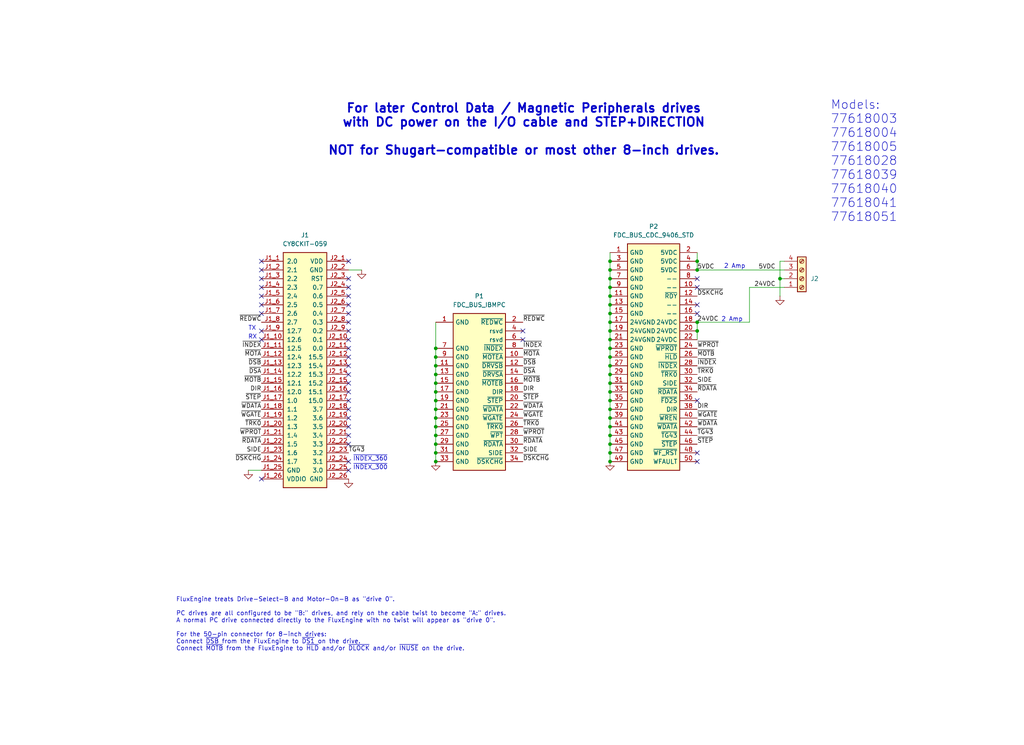
<source format=kicad_sch>
(kicad_sch (version 20231120) (generator "eeschema") (generator_version "8.0")
  (paper "User" 298.45 217.322)
  (title_block (title "FluxEngine_Hat for PC and CDC 9406-std") (date "2024-04-29") (rev "003") (company "Brian K. White - b.kenyon.w@gmail.com") (comment 1 "CC BY-SA") (comment 2 "github.com/bkw777/FluxEngine_Kit"))
  (lib_symbols
    (symbol "000_LOCAL:CY8CKIT-059" (pin_names (offset 1.016))
      (property "Reference" "J" (at 0 34.29 0))
      (property "Value" "CY8CKIT-059" (at 0 -37.084 0))
      (symbol "CY8CKIT-059_1_1"
        (rectangle (start -6.35 33.02) (end 6.35 -35.56) (stroke (width 0.254)) (fill (type background)))
        (pin passive line (at -12.7 30.48 0) (length 6.35) (name "2.0") (number "J1_1"))
        (pin passive line (at -12.7 7.62 0) (length 6.35) (name "12.6") (number "J1_10"))
        (pin passive line (at -12.7 5.08 0) (length 6.35) (name "12.5") (number "J1_11"))
        (pin passive line (at -12.7 2.54 0) (length 6.35) (name "12.4") (number "J1_12"))
        (pin passive line (at -12.7 0 0) (length 6.35) (name "12.3") (number "J1_13"))
        (pin passive line (at -12.7 -2.54 0) (length 6.35) (name "12.2") (number "J1_14"))
        (pin passive line (at -12.7 -5.08 0) (length 6.35) (name "12.1") (number "J1_15"))
        (pin passive line (at -12.7 -7.62 0) (length 6.35) (name "12.0") (number "J1_16"))
        (pin passive line (at -12.7 -10.16 0) (length 6.35) (name "1.0") (number "J1_17"))
        (pin passive line (at -12.7 -12.7 0) (length 6.35) (name "1.1") (number "J1_18"))
        (pin passive line (at -12.7 -15.24 0) (length 6.35) (name "1.2") (number "J1_19"))
        (pin passive line (at -12.7 27.94 0) (length 6.35) (name "2.1") (number "J1_2"))
        (pin passive line (at -12.7 -17.78 0) (length 6.35) (name "1.3") (number "J1_20"))
        (pin passive line (at -12.7 -20.32 0) (length 6.35) (name "1.4") (number "J1_21"))
        (pin passive line (at -12.7 -22.86 0) (length 6.35) (name "1.5") (number "J1_22"))
        (pin passive line (at -12.7 -25.4 0) (length 6.35) (name "1.6") (number "J1_23"))
        (pin passive line (at -12.7 -27.94 0) (length 6.35) (name "1.7") (number "J1_24"))
        (pin passive line (at -12.7 -30.48 0) (length 6.35) (name "GND") (number "J1_25"))
        (pin passive line (at -12.7 -33.02 0) (length 6.35) (name "VDDIO") (number "J1_26"))
        (pin passive line (at -12.7 25.4 0) (length 6.35) (name "2.2") (number "J1_3"))
        (pin passive line (at -12.7 22.86 0) (length 6.35) (name "2.3") (number "J1_4"))
        (pin passive line (at -12.7 20.32 0) (length 6.35) (name "2.4") (number "J1_5"))
        (pin passive line (at -12.7 17.78 0) (length 6.35) (name "2.5") (number "J1_6"))
        (pin passive line (at -12.7 15.24 0) (length 6.35) (name "2.6") (number "J1_7"))
        (pin passive line (at -12.7 12.7 0) (length 6.35) (name "2.7") (number "J1_8"))
        (pin passive line (at -12.7 10.16 0) (length 6.35) (name "12.7") (number "J1_9"))
        (pin passive line (at 12.7 30.48 180) (length 6.35) (name "VDD") (number "J2_1"))
        (pin passive line (at 12.7 7.62 180) (length 6.35) (name "0.1") (number "J2_10"))
        (pin passive line (at 12.7 5.08 180) (length 6.35) (name "0.0") (number "J2_11"))
        (pin passive line (at 12.7 2.54 180) (length 6.35) (name "15.5") (number "J2_12"))
        (pin passive line (at 12.7 0 180) (length 6.35) (name "15.4") (number "J2_13"))
        (pin passive line (at 12.7 -2.54 180) (length 6.35) (name "15.3") (number "J2_14"))
        (pin passive line (at 12.7 -5.08 180) (length 6.35) (name "15.2") (number "J2_15"))
        (pin passive line (at 12.7 -7.62 180) (length 6.35) (name "15.1") (number "J2_16"))
        (pin passive line (at 12.7 -10.16 180) (length 6.35) (name "15.0") (number "J2_17"))
        (pin passive line (at 12.7 -12.7 180) (length 6.35) (name "3.7") (number "J2_18"))
        (pin passive line (at 12.7 -15.24 180) (length 6.35) (name "3.6") (number "J2_19"))
        (pin passive line (at 12.7 27.94 180) (length 6.35) (name "GND") (number "J2_2"))
        (pin passive line (at 12.7 -17.78 180) (length 6.35) (name "3.5") (number "J2_20"))
        (pin passive line (at 12.7 -20.32 180) (length 6.35) (name "3.4") (number "J2_21"))
        (pin passive line (at 12.7 -22.86 180) (length 6.35) (name "3.3") (number "J2_22"))
        (pin passive line (at 12.7 -25.4 180) (length 6.35) (name "3.2") (number "J2_23"))
        (pin passive line (at 12.7 -27.94 180) (length 6.35) (name "3.1") (number "J2_24"))
        (pin passive line (at 12.7 -30.48 180) (length 6.35) (name "3.0") (number "J2_25"))
        (pin passive line (at 12.7 -33.02 180) (length 6.35) (name "GND") (number "J2_26"))
        (pin passive line (at 12.7 25.4 180) (length 6.35) (name "RST") (number "J2_3"))
        (pin passive line (at 12.7 22.86 180) (length 6.35) (name "0.7") (number "J2_4"))
        (pin passive line (at 12.7 20.32 180) (length 6.35) (name "0.6") (number "J2_5"))
        (pin passive line (at 12.7 17.78 180) (length 6.35) (name "0.5") (number "J2_6"))
        (pin passive line (at 12.7 15.24 180) (length 6.35) (name "0.4") (number "J2_7"))
        (pin passive line (at 12.7 12.7 180) (length 6.35) (name "0.3") (number "J2_8"))
        (pin passive line (at 12.7 10.16 180) (length 6.35) (name "0.2") (number "J2_9"))
      )
    )
    (symbol "000_LOCAL:FDC_BUS_CDC_9406_STD" (pin_names (offset 0.635))
      (property "Reference" "J" (at 0 31.75 0))
      (property "Value" "FDC_BUS_CDC_9406_STD" (at 0 -37.084 0))
      (symbol "FDC_BUS_CDC_9406_STD_1_1"
        (rectangle (start -7.62 30.48) (end 7.62 -35.56) (stroke (width 0.254)) (fill (type background)))
        (pin passive line (at -12.7 27.94 0) (length 5.08) (name "GND") (number "1"))
        (pin passive line (at 12.7 17.78 180) (length 5.08) (name "--") (number "10"))
        (pin passive line (at -12.7 15.24 0) (length 5.08) (name "GND") (number "11"))
        (pin passive line (at 12.7 15.24 180) (length 5.08) (name "~{RDY}") (number "12"))
        (pin passive line (at -12.7 12.7 0) (length 5.08) (name "GND") (number "13"))
        (pin passive line (at 12.7 12.7 180) (length 5.08) (name "--") (number "14"))
        (pin passive line (at -12.7 10.16 0) (length 5.08) (name "GND") (number "15"))
        (pin passive line (at 12.7 10.16 180) (length 5.08) (name "--") (number "16"))
        (pin passive line (at -12.7 7.62 0) (length 5.08) (name "24VGND") (number "17"))
        (pin passive line (at 12.7 7.62 180) (length 5.08) (name "24VDC") (number "18"))
        (pin passive line (at -12.7 5.08 0) (length 5.08) (name "24VGND") (number "19"))
        (pin passive line (at 12.7 27.94 180) (length 5.08) (name "5VDC") (number "2"))
        (pin passive line (at 12.7 5.08 180) (length 5.08) (name "24VDC") (number "20"))
        (pin passive line (at -12.7 2.54 0) (length 5.08) (name "24VGND") (number "21"))
        (pin passive line (at 12.7 2.54 180) (length 5.08) (name "24VDC") (number "22"))
        (pin passive line (at -12.7 0 0) (length 5.08) (name "GND") (number "23"))
        (pin passive line (at 12.7 0 180) (length 5.08) (name "~{WPROT}") (number "24"))
        (pin passive line (at -12.7 -2.54 0) (length 5.08) (name "GND") (number "25"))
        (pin passive line (at 12.7 -2.54 180) (length 5.08) (name "~{HLD}") (number "26"))
        (pin passive line (at -12.7 -5.08 0) (length 5.08) (name "GND") (number "27"))
        (pin passive line (at 12.7 -5.08 180) (length 5.08) (name "~{INDEX}") (number "28"))
        (pin passive line (at -12.7 -7.62 0) (length 5.08) (name "GND") (number "29"))
        (pin passive line (at -12.7 25.4 0) (length 5.08) (name "GND") (number "3"))
        (pin passive line (at 12.7 -7.62 180) (length 5.08) (name "~{TRK0}") (number "30"))
        (pin passive line (at -12.7 -10.16 0) (length 5.08) (name "GND") (number "31"))
        (pin passive line (at 12.7 -10.16 180) (length 5.08) (name "SIDE") (number "32"))
        (pin passive line (at -12.7 -12.7 0) (length 5.08) (name "GND") (number "33"))
        (pin passive line (at 12.7 -12.7 180) (length 5.08) (name "~{RDATA}") (number "34"))
        (pin passive line (at -12.7 -15.24 0) (length 5.08) (name "GND") (number "35"))
        (pin passive line (at 12.7 -15.24 180) (length 5.08) (name "~{FD2S}") (number "36"))
        (pin passive line (at -12.7 -17.78 0) (length 5.08) (name "GND") (number "37"))
        (pin passive line (at 12.7 -17.78 180) (length 5.08) (name "DIR") (number "38"))
        (pin passive line (at -12.7 -20.32 0) (length 5.08) (name "GND") (number "39"))
        (pin passive line (at 12.7 25.4 180) (length 5.08) (name "5VDC") (number "4"))
        (pin passive line (at 12.7 -20.32 180) (length 5.08) (name "~{WREN}") (number "40"))
        (pin passive line (at -12.7 -22.86 0) (length 5.08) (name "GND") (number "41"))
        (pin passive line (at 12.7 -22.86 180) (length 5.08) (name "~{WDATA}") (number "42"))
        (pin passive line (at -12.7 -25.4 0) (length 5.08) (name "GND") (number "43"))
        (pin passive line (at 12.7 -25.4 180) (length 5.08) (name "~{TG43}") (number "44"))
        (pin passive line (at -12.7 -27.94 0) (length 5.08) (name "GND") (number "45"))
        (pin passive line (at 12.7 -27.94 180) (length 5.08) (name "~{STEP}") (number "46"))
        (pin passive line (at -12.7 -30.48 0) (length 5.08) (name "GND") (number "47"))
        (pin passive line (at 12.7 -30.48 180) (length 5.08) (name "~{WF_RST}") (number "48"))
        (pin passive line (at -12.7 -33.02 0) (length 5.08) (name "GND") (number "49"))
        (pin passive line (at -12.7 22.86 0) (length 5.08) (name "GND") (number "5"))
        (pin passive line (at 12.7 -33.02 180) (length 5.08) (name "WFAULT") (number "50"))
        (pin passive line (at 12.7 22.86 180) (length 5.08) (name "5VDC") (number "6"))
        (pin passive line (at -12.7 20.32 0) (length 5.08) (name "GND") (number "7"))
        (pin passive line (at 12.7 20.32 180) (length 5.08) (name "--") (number "8"))
        (pin passive line (at -12.7 17.78 0) (length 5.08) (name "GND") (number "9"))
      )
    )
    (symbol "000_LOCAL:FDC_BUS_IBMPC" (pin_names (offset 0.635))
      (property "Reference" "J" (at 0 24.13 0))
      (property "Value" "FDC_BUS_IBMPC" (at 0 -24.13 0))
      (symbol "FDC_BUS_IBMPC_1_1"
        (rectangle (start -7.62 22.86) (end 7.62 -22.86) (stroke (width 0.254)) (fill (type background)))
        (pin passive line (at -12.7 20.32 0) (length 5.08) (name "GND") (number "1"))
        (pin passive line (at 12.7 10.16 180) (length 5.08) (name "~{MOTEA}") (number "10"))
        (pin passive line (at -12.7 7.62 0) (length 5.08) (name "GND") (number "11"))
        (pin passive line (at 12.7 7.62 180) (length 5.08) (name "~{DRVSB}") (number "12"))
        (pin passive line (at -12.7 5.08 0) (length 5.08) (name "GND") (number "13"))
        (pin passive line (at 12.7 5.08 180) (length 5.08) (name "~{DRVSA}") (number "14"))
        (pin passive line (at -12.7 2.54 0) (length 5.08) (name "GND") (number "15"))
        (pin passive line (at 12.7 2.54 180) (length 5.08) (name "~{MOTEB}") (number "16"))
        (pin passive line (at -12.7 0 0) (length 5.08) (name "GND") (number "17"))
        (pin passive line (at 12.7 0 180) (length 5.08) (name "DIR") (number "18"))
        (pin passive line (at -12.7 -2.54 0) (length 5.08) (name "GND") (number "19"))
        (pin passive line (at 12.7 20.32 180) (length 5.08) (name "~{REDWC}") (number "2"))
        (pin passive line (at 12.7 -2.54 180) (length 5.08) (name "~{STEP}") (number "20"))
        (pin passive line (at -12.7 -5.08 0) (length 5.08) (name "GND") (number "21"))
        (pin passive line (at 12.7 -5.08 180) (length 5.08) (name "~{WDATA}") (number "22"))
        (pin passive line (at -12.7 -7.62 0) (length 5.08) (name "GND") (number "23"))
        (pin passive line (at 12.7 -7.62 180) (length 5.08) (name "~{WGATE}") (number "24"))
        (pin passive line (at -12.7 -10.16 0) (length 5.08) (name "GND") (number "25"))
        (pin passive line (at 12.7 -10.16 180) (length 5.08) (name "~{TRK0}") (number "26"))
        (pin passive line (at -12.7 -12.7 0) (length 5.08) (name "GND") (number "27"))
        (pin passive line (at 12.7 -12.7 180) (length 5.08) (name "~{WPT}") (number "28"))
        (pin passive line (at -12.7 -15.24 0) (length 5.08) (name "GND") (number "29"))
        (pin passive line (at 12.7 -15.24 180) (length 5.08) (name "~{RDATA}") (number "30"))
        (pin passive line (at -12.7 -17.78 0) (length 5.08) (name "GND") (number "31"))
        (pin passive line (at 12.7 -17.78 180) (length 5.08) (name "SIDE") (number "32"))
        (pin passive line (at -12.7 -20.32 0) (length 5.08) (name "GND") (number "33"))
        (pin passive line (at 12.7 -20.32 180) (length 5.08) (name "~{DSKCHG}") (number "34"))
        (pin passive line (at 12.7 17.78 180) (length 5.08) (name "rsvd") (number "4"))
        (pin passive line (at 12.7 15.24 180) (length 5.08) (name "rsvd") (number "6"))
        (pin passive line (at -12.7 12.7 0) (length 5.08) (name "GND") (number "7"))
        (pin passive line (at 12.7 12.7 180) (length 5.08) (name "~{INDEX}") (number "8"))
        (pin passive line (at -12.7 10.16 0) (length 5.08) (name "GND") (number "9"))
      )
    )
    (symbol "000_LOCAL:Screw_Terminal_01x04" (pin_names (offset 1.016) hide)
      (property "Reference" "J" (at 0 5.08 0))
      (property "Value" "Screw_Terminal_01x04" (at 0 -7.62 0))
      (symbol "Screw_Terminal_01x04_1_1"
        (rectangle (start -1.27 3.81) (end 1.27 -6.35) (stroke (width 0.254)) (fill (type background)))
        (circle (center 0 -5.08) (radius 0.635) (stroke (width 0.1524)))
        (circle (center 0 -2.54) (radius 0.635) (stroke (width 0.1524)))
        (polyline (pts (xy -0.5334 -4.7498) (xy 0.3302 -5.588)) (stroke (width 0.1524)))
        (polyline (pts (xy -0.5334 -2.2098) (xy 0.3302 -3.048)) (stroke (width 0.1524)))
        (polyline (pts (xy -0.5334 0.3302) (xy 0.3302 -0.508)) (stroke (width 0.1524)))
        (polyline (pts (xy -0.5334 2.8702) (xy 0.3302 2.032)) (stroke (width 0.1524)))
        (polyline (pts (xy -0.3556 -4.572) (xy 0.508 -5.4102)) (stroke (width 0.1524)))
        (polyline (pts (xy -0.3556 -2.032) (xy 0.508 -2.8702)) (stroke (width 0.1524)))
        (polyline (pts (xy -0.3556 0.508) (xy 0.508 -0.3302)) (stroke (width 0.1524)))
        (polyline (pts (xy -0.3556 3.048) (xy 0.508 2.2098)) (stroke (width 0.1524)))
        (circle (center 0 0) (radius 0.635) (stroke (width 0.1524)))
        (circle (center 0 2.54) (radius 0.635) (stroke (width 0.1524)))
        (pin passive line (at -5.08 2.54 0) (length 3.81) (name "Pin_1") (number "1"))
        (pin passive line (at -5.08 0 0) (length 3.81) (name "Pin_2") (number "2"))
        (pin passive line (at -5.08 -2.54 0) (length 3.81) (name "Pin_3") (number "3"))
        (pin passive line (at -5.08 -5.08 0) (length 3.81) (name "Pin_4") (number "4"))
      )
    )
    (symbol "power:GND" (power) (pin_numbers hide) (pin_names (offset 0) hide)
      (property "Value" "GND" (at 0 -3.81 0))
      (symbol "GND_0_1"
        (polyline (pts (xy 0 0) (xy 0 -1.27) (xy 1.27 -1.27) (xy 0 -2.54) (xy -1.27 -1.27) (xy 0 -1.27)))
      )
      (symbol "GND_1_1"
        (pin power_in line (at 0 0 270) (length 0) (name "~") (number "1"))
      )
    )
  )
  (junction (at 203.2 93.98))
  (junction (at 127 109.22))
  (junction (at 177.8 91.44))
  (junction (at 177.8 114.3))
  (junction (at 203.2 96.52))
  (junction (at 177.8 106.68))
  (junction (at 203.2 76.2))
  (junction (at 177.8 129.54))
  (junction (at 177.8 86.36))
  (junction (at 177.8 83.82))
  (junction (at 127 114.3))
  (junction (at 127 132.08))
  (junction (at 127 121.92))
  (junction (at 177.8 116.84))
  (junction (at 177.8 101.6))
  (junction (at 177.8 76.2))
  (junction (at 177.8 121.92))
  (junction (at 177.8 96.52))
  (junction (at 127 104.14))
  (junction (at 177.8 134.62))
  (junction (at 177.8 78.74))
  (junction (at 127 127))
  (junction (at 177.8 119.38))
  (junction (at 127 129.54))
  (junction (at 127 134.62))
  (junction (at 177.8 127))
  (junction (at 127 116.84))
  (junction (at 177.8 111.76))
  (junction (at 127 119.38))
  (junction (at 177.8 81.28))
  (junction (at 127 111.76))
  (junction (at 177.8 109.22))
  (junction (at 177.8 104.14))
  (junction (at 203.2 78.74))
  (junction (at 127 106.68))
  (junction (at 177.8 88.9))
  (junction (at 127 101.6))
  (junction (at 177.8 124.46))
  (junction (at 177.8 93.98))
  (junction (at 177.8 99.06))
  (junction (at 127 124.46))
  (junction (at 177.8 132.08))
  (junction (at 227.33 81.28))
  (no_connect (at 76.2 83.82))
  (no_connect (at 76.2 91.44))
  (no_connect (at 203.2 81.28))
  (no_connect (at 76.2 88.9))
  (no_connect (at 203.2 88.9))
  (no_connect (at 76.2 96.52))
  (no_connect (at 76.2 81.28))
  (no_connect (at 76.2 99.06))
  (no_connect (at 101.6 137.16))
  (no_connect (at 203.2 83.82))
  (no_connect (at 76.2 76.2))
  (no_connect (at 101.6 81.28))
  (no_connect (at 203.2 116.84))
  (no_connect (at 101.6 119.38))
  (no_connect (at 101.6 99.06))
  (no_connect (at 101.6 134.62))
  (no_connect (at 101.6 76.2))
  (no_connect (at 101.6 121.92))
  (no_connect (at 203.2 91.44))
  (no_connect (at 101.6 96.52))
  (no_connect (at 101.6 83.82))
  (no_connect (at 101.6 106.68))
  (no_connect (at 203.2 134.62))
  (no_connect (at 76.2 139.7))
  (no_connect (at 101.6 114.3))
  (no_connect (at 101.6 124.46))
  (no_connect (at 101.6 86.36))
  (no_connect (at 101.6 93.98))
  (no_connect (at 101.6 88.9))
  (no_connect (at 101.6 129.54))
  (no_connect (at 101.6 91.44))
  (no_connect (at 101.6 116.84))
  (no_connect (at 101.6 109.22))
  (no_connect (at 76.2 78.74))
  (no_connect (at 101.6 111.76))
  (no_connect (at 203.2 132.08))
  (no_connect (at 101.6 127))
  (no_connect (at 101.6 104.14))
  (no_connect (at 76.2 86.36))
  (no_connect (at 152.4 96.52))
  (no_connect (at 152.4 99.06))
  (no_connect (at 101.6 101.6))
  (wire (pts (xy 203.2 96.52) (xy 203.2 99.06)))
  (wire (pts (xy 203.2 78.74) (xy 228.6 78.74)))
  (wire (pts (xy 127 129.54) (xy 127 132.08)))
  (wire (pts (xy 177.8 104.14) (xy 177.8 106.68)))
  (wire (pts (xy 127 93.98) (xy 127 101.6)))
  (wire (pts (xy 127 132.08) (xy 127 134.62)))
  (wire (pts (xy 101.6 78.74) (xy 105.41 78.74)))
  (wire (pts (xy 227.33 81.28) (xy 228.6 81.28)))
  (wire (pts (xy 203.2 93.98) (xy 218.44 93.98)))
  (wire (pts (xy 177.8 83.82) (xy 177.8 86.36)))
  (wire (pts (xy 127 127) (xy 127 129.54)))
  (wire (pts (xy 177.8 106.68) (xy 177.8 109.22)))
  (wire (pts (xy 177.8 101.6) (xy 177.8 104.14)))
  (wire (pts (xy 177.8 99.06) (xy 177.8 101.6)))
  (wire (pts (xy 127 119.38) (xy 127 121.92)))
  (wire (pts (xy 76.2 137.16) (xy 72.39 137.16)))
  (wire (pts (xy 177.8 114.3) (xy 177.8 116.84)))
  (wire (pts (xy 177.8 88.9) (xy 177.8 91.44)))
  (wire (pts (xy 203.2 73.66) (xy 203.2 76.2)))
  (wire (pts (xy 177.8 121.92) (xy 177.8 124.46)))
  (wire (pts (xy 177.8 109.22) (xy 177.8 111.76)))
  (wire (pts (xy 177.8 124.46) (xy 177.8 127)))
  (wire (pts (xy 177.8 132.08) (xy 177.8 134.62)))
  (wire (pts (xy 218.44 83.82) (xy 218.44 93.98)))
  (wire (pts (xy 127 111.76) (xy 127 114.3)))
  (wire (pts (xy 227.33 76.2) (xy 227.33 81.28)))
  (wire (pts (xy 203.2 93.98) (xy 203.2 96.52)))
  (wire (pts (xy 177.8 111.76) (xy 177.8 114.3)))
  (wire (pts (xy 177.8 81.28) (xy 177.8 83.82)))
  (wire (pts (xy 127 124.46) (xy 127 127)))
  (wire (pts (xy 177.8 119.38) (xy 177.8 121.92)))
  (wire (pts (xy 203.2 76.2) (xy 203.2 78.74)))
  (wire (pts (xy 177.8 91.44) (xy 177.8 93.98)))
  (wire (pts (xy 177.8 116.84) (xy 177.8 119.38)))
  (wire (pts (xy 177.8 86.36) (xy 177.8 88.9)))
  (wire (pts (xy 177.8 73.66) (xy 177.8 76.2)))
  (wire (pts (xy 218.44 83.82) (xy 228.6 83.82)))
  (wire (pts (xy 127 114.3) (xy 127 116.84)))
  (wire (pts (xy 228.6 76.2) (xy 227.33 76.2)))
  (wire (pts (xy 127 121.92) (xy 127 124.46)))
  (wire (pts (xy 127 116.84) (xy 127 119.38)))
  (wire (pts (xy 177.8 76.2) (xy 177.8 78.74)))
  (wire (pts (xy 177.8 78.74) (xy 177.8 81.28)))
  (wire (pts (xy 127 106.68) (xy 127 109.22)))
  (wire (pts (xy 227.33 86.36) (xy 227.33 81.28)))
  (wire (pts (xy 127 109.22) (xy 127 111.76)))
  (wire (pts (xy 177.8 127) (xy 177.8 129.54)))
  (wire (pts (xy 177.8 129.54) (xy 177.8 132.08)))
  (wire (pts (xy 127 101.6) (xy 127 104.14)))
  (wire (pts (xy 177.8 96.52) (xy 177.8 99.06)))
  (wire (pts (xy 177.8 93.98) (xy 177.8 96.52)))
  (wire (pts (xy 127 104.14) (xy 127 106.68)))
  (text "FluxEngine treats Drive-Select-B and Motor-On-B as \"drive 0\".\n\nPC drives are all configured to be \"B:\" drives, and rely on the cable twist to become \"A:\" drives.\nA normal PC drive connected directly to the FluxEngine with no twist will appear as \"drive 0\".\n\nFor the 50-pin connector for 8-inch drives:\nConnect ~{DSB} from the FluxEngine to ~{DS1} on the drive.\nConnect ~{MOTB} from the FluxEngine to ~{HLD} and/or ~{DLOCK} and/or ~{INUSE} on the drive.\n" (at 51.308 189.992 0) (effects (font (size 1.27 1.27)) (justify left bottom)))
  (text "~{INDEX_300}" (at 102.87 137.16 0) (effects (font (size 1.2446 1.2446)) (justify left bottom)))
  (text "TX" (at 74.676 96.52 0) (effects (font (size 1.2446 1.2446)) (justify right bottom)))
  (text "For later Control Data / Magnetic Peripherals drives\nwith DC power on the I/O cable and STEP+DIRECTION\n\nNOT for Shugart-compatible or most other 8-inch drives.\n" (at 152.654 37.846 0) (effects (font (size 2.54 2.54) (thickness 0.508) (bold yes))))
  (text "Models:\n77618003\n77618004\n77618005\n77618028\n77618039\n77618040\n77618041\n77618051\n" (at 242.062 29.21 0) (effects (font (size 2.54 2.54)) (justify left top)))
  (text "2 Amp" (at 214.122 77.724 0) (effects (font (size 1.27 1.27))))
  (text "RX" (at 74.93 99.06 0) (effects (font (size 1.2446 1.2446)) (justify right bottom)))
  (text "~{INDEX_360}" (at 102.87 134.62 0) (effects (font (size 1.2446 1.2446)) (justify left bottom)))
  (text "2 Amp" (at 213.36 93.218 0) (effects (font (size 1.27 1.27))))
  (label "~{WDATA}" (at 152.4 119.38 0) (effects (font (size 1.2446 1.2446))))
  (label "~{WDATA}" (at 203.2 124.46 0) (effects (font (size 1.2446 1.2446))))
  (label "24VDC" (at 203.2 93.98 0))
  (label "~{REDWC}" (at 76.2 93.98 180) (effects (font (size 1.2446 1.2446))))
  (label "~{MOTB}" (at 203.2 104.14 0) (effects (font (size 1.2446 1.2446))))
  (label "~{DSKCHG}" (at 203.2 86.36 0) (effects (font (size 1.2446 1.2446))))
  (label "5VDC" (at 226.06 78.74 180))
  (label "~{TG43}" (at 203.2 127 0) (effects (font (size 1.2446 1.2446))))
  (label "~{WPROT}" (at 152.4 127 0) (effects (font (size 1.2446 1.2446))))
  (label "~{WGATE}" (at 152.4 121.92 0) (effects (font (size 1.2446 1.2446))))
  (label "~{WPROT}" (at 76.2 127 180) (effects (font (size 1.2446 1.2446))))
  (label "~{REDWC}" (at 152.4 93.98 0) (effects (font (size 1.2446 1.2446))))
  (label "~{DSB}" (at 152.4 106.68 0) (effects (font (size 1.2446 1.2446))))
  (label "SIDE" (at 152.4 132.08 0) (effects (font (size 1.2446 1.2446))))
  (label "~{WDATA}" (at 76.2 119.38 180) (effects (font (size 1.2446 1.2446))))
  (label "~{TRK0}" (at 152.4 124.46 0) (effects (font (size 1.2446 1.2446))))
  (label "~{WPROT}" (at 203.2 101.6 0) (effects (font (size 1.2446 1.2446))))
  (label "~{MOTB}" (at 152.4 111.76 0) (effects (font (size 1.2446 1.2446))))
  (label "~{DSB}" (at 76.2 106.68 180) (effects (font (size 1.2446 1.2446))))
  (label "~{RDATA}" (at 152.4 129.54 0) (effects (font (size 1.2446 1.2446))))
  (label "~{DSA}" (at 76.2 109.22 180) (effects (font (size 1.2446 1.2446))))
  (label "~{MOTA}" (at 76.2 104.14 180) (effects (font (size 1.2446 1.2446))))
  (label "~{WGATE}" (at 203.2 121.92 0) (effects (font (size 1.2446 1.2446))))
  (label "~{INDEX}" (at 203.2 106.68 0) (effects (font (size 1.2446 1.2446))))
  (label "~{STEP}" (at 152.4 116.84 0) (effects (font (size 1.2446 1.2446))))
  (label "24VDC" (at 226.06 83.82 180))
  (label "~{DSA}" (at 152.4 109.22 0) (effects (font (size 1.2446 1.2446))))
  (label "~{TRK0}" (at 203.2 109.22 0) (effects (font (size 1.2446 1.2446))))
  (label "~{DSKCHG}" (at 76.2 134.62 180) (effects (font (size 1.2446 1.2446))))
  (label "~{STEP}" (at 76.2 116.84 180) (effects (font (size 1.2446 1.2446))))
  (label "SIDE" (at 76.2 132.08 180) (effects (font (size 1.2446 1.2446))))
  (label "~{DSKCHG}" (at 152.4 134.62 0) (effects (font (size 1.2446 1.2446))))
  (label "~{TRK0}" (at 76.2 124.46 180) (effects (font (size 1.2446 1.2446))))
  (label "~{RDATA}" (at 203.2 114.3 0) (effects (font (size 1.2446 1.2446))))
  (label "~{MOTA}" (at 152.4 104.14 0) (effects (font (size 1.2446 1.2446))))
  (label "~{STEP}" (at 203.2 129.54 0) (effects (font (size 1.2446 1.2446))))
  (label "SIDE" (at 203.2 111.76 0) (effects (font (size 1.2446 1.2446))))
  (label "~{INDEX}" (at 152.4 101.6 0) (effects (font (size 1.2446 1.2446))))
  (label "DIR" (at 76.2 114.3 180) (effects (font (size 1.2446 1.2446))))
  (label "~{WGATE}" (at 76.2 121.92 180) (effects (font (size 1.2446 1.2446))))
  (label "~{TG43}" (at 101.6 132.08 0) (effects (font (size 1.2446 1.2446))))
  (label "~{RDATA}" (at 76.2 129.54 180) (effects (font (size 1.2446 1.2446))))
  (label "5VDC" (at 203.2 78.74 0))
  (label "~{MOTB}" (at 76.2 111.76 180) (effects (font (size 1.2446 1.2446))))
  (label "DIR" (at 152.4 114.3 0) (effects (font (size 1.2446 1.2446))))
  (label "DIR" (at 203.2 119.38 0) (effects (font (size 1.2446 1.2446))))
  (label "~{INDEX}" (at 76.2 101.6 180) (effects (font (size 1.2446 1.2446))))
  (symbol (lib_id "power:GND") (at 227.33 86.36 0) (unit 1)
    (property "Reference" "#PWR01" (effects (hide yes)))
    (property "Value" "GND" (effects (hide yes)))
    (property "Description" "Power symbol creates a global label with name \"GND\" , ground" (effects (hide yes)))
  )
  (symbol (lib_id "000_LOCAL:Screw_Terminal_01x04") (at 233.68 81.28 0) (mirror x) (unit 1)
    (property "Reference" "J2" (at 236.22 81.2801 0) (effects (justify left)))
    (property "Value" "Screw_Terminal_01x04" (effects (hide yes)))
    (property "Footprint" "000_LOCAL:ScrewTerminal_1x04_P3.5mm_vertical" (effects (hide yes)))
    (property "Description" "Generic screw terminal, single row, 01x04, script generated (kicad-library-utils/schlib/autogen/connector/)" (effects (hide yes)))
  )
  (symbol (lib_id "power:GND") (at 101.6 139.7 0) (unit 1)
    (property "Reference" "#PWR06" (effects (hide yes)))
    (property "Value" "GND" (effects (hide yes)))
    (property "Description" "Power symbol creates a global label with name \"GND\" , ground" (effects (hide yes)))
  )
  (symbol (lib_id "000_LOCAL:CY8CKIT-059") (at 88.9 106.68 0) (unit 1)
    (property "Reference" "J1" (at 88.9 68.58 0))
    (property "Value" "CY8CKIT-059" (at 88.9 71.12 0))
    (property "Footprint" "000_LOCAL:CY8CKIT-059 dry fit" (effects (hide yes)))
    (property "Datasheet" "datasheets/CY8CKIT-059.pdf" (effects (hide yes)))
    (property "Description" "Infineon Cypress CY8CKIT-059 Arm & CPLD eval board " (effects (hide yes)))
  )
  (symbol (lib_id "power:GND") (at 105.41 78.74 0) (mirror y) (unit 1)
    (property "Reference" "#PWR08" (effects (hide yes)))
    (property "Value" "GND" (effects (hide yes)))
    (property "Description" "Power symbol creates a global label with name \"GND\" , ground" (effects (hide yes)))
  )
  (symbol (lib_id "000_LOCAL:FDC_BUS_IBMPC") (at 139.7 114.3 0) (unit 1)
    (property "Reference" "P1" (at 139.7 86.36 0))
    (property "Value" "FDC_BUS_IBMPC" (at 139.7 88.9 0))
    (property "Footprint" "000_LOCAL:IDC-Header_2x17_P2.54mm_Latch_Vertical - FDD" (effects (hide yes)))
    (property "Datasheet" "datasheets/fdd-bus-interface-34p_5.25inch.png" (effects (hide yes)))
    (property "Description" "34-pin IBM PC floppy drive interface, host-side, pins 3 & 5 removed" (effects (hide yes)))
  )
  (symbol (lib_id "power:GND") (at 127 134.62 0) (unit 1)
    (property "Reference" "#PWR07" (effects (hide yes)))
    (property "Value" "GND" (effects (hide yes)))
    (property "Description" "Power symbol creates a global label with name \"GND\" , ground" (effects (hide yes)))
  )
  (symbol (lib_id "000_LOCAL:FDC_BUS_CDC_9406_STD") (at 190.5 101.6 0) (unit 1)
    (property "Reference" "P2" (at 190.5 66.04 0))
    (property "Value" "FDC_BUS_CDC_9406_STD" (at 190.5 68.58 0))
    (property "Footprint" "000_LOCAL:IDC-Header_2x25_P2.54mm_Latch_Vertical" (effects (hide yes)))
    (property "Datasheet" "datasheets/CDC_FDD_pinouts.png" (effects (hide yes)))
    (property "Description" "Control Data / Magnetic Peripherals new 9406 fdc bus \"standard\" interface, DC power on the i/o cable, STEP+DRECTION" (effects (hide yes)))
  )
  (symbol (lib_id "power:GND") (at 177.8 134.62 0) (unit 1)
    (property "Reference" "#PWR02" (effects (hide yes)))
    (property "Value" "GND" (effects (hide yes)))
    (property "Description" "Power symbol creates a global label with name \"GND\" , ground" (effects (hide yes)))
  )
  (symbol (lib_id "power:GND") (at 72.39 137.16 0) (mirror y) (unit 1)
    (property "Reference" "#PWR04" (effects (hide yes)))
    (property "Value" "GND" (effects (hide yes)))
    (property "Description" "Power symbol creates a global label with name \"GND\" , ground" (effects (hide yes)))
  )
)
</source>
